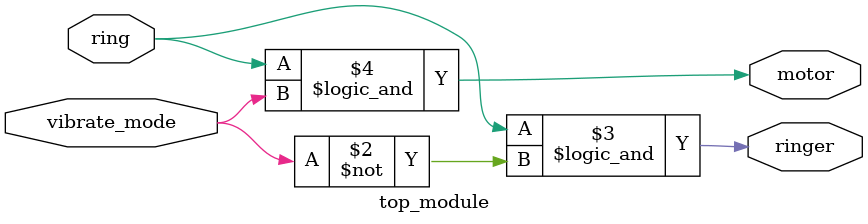
<source format=v>
module top_module (
    input ring,
    input vibrate_mode,
    output ringer,       // Make sound
    output motor         // Vibrate
);
    always @(*) begin
        ringer=ring&&(~vibrate_mode);
        motor=ring&&vibrate_mode;
    end
endmodule
</source>
